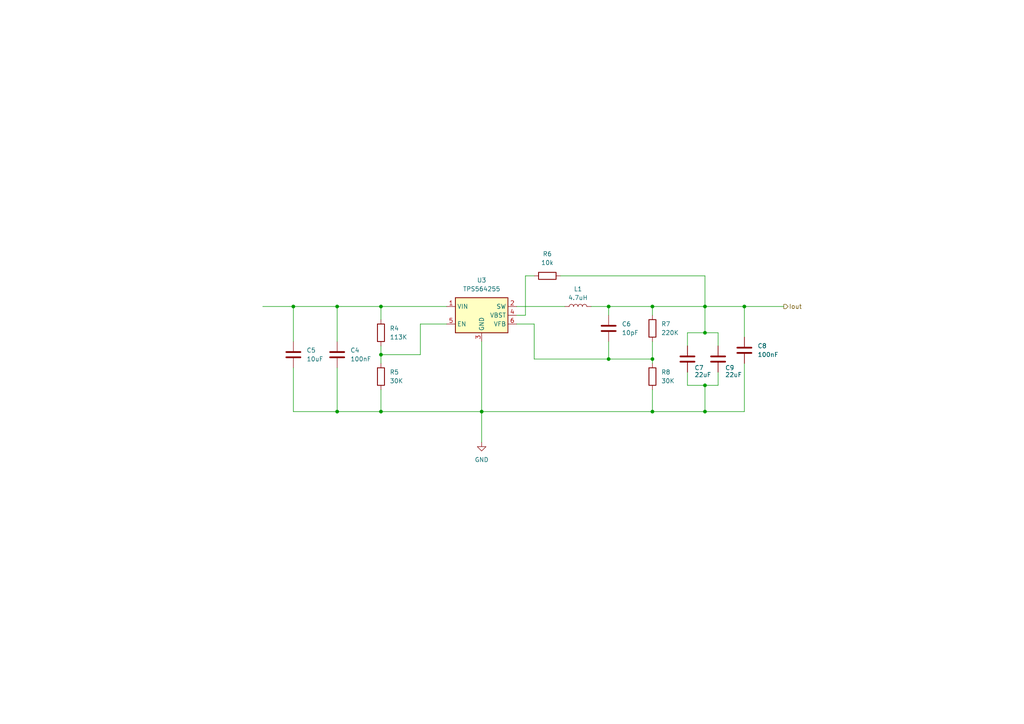
<source format=kicad_sch>
(kicad_sch
	(version 20250114)
	(generator "eeschema")
	(generator_version "9.0")
	(uuid "6c20ec4b-c4b3-4e07-9534-ee88258b2b95")
	(paper "A4")
	(lib_symbols
		(symbol "Device:C"
			(pin_numbers
				(hide yes)
			)
			(pin_names
				(offset 0.254)
			)
			(exclude_from_sim no)
			(in_bom yes)
			(on_board yes)
			(property "Reference" "C"
				(at 0.635 2.54 0)
				(effects
					(font
						(size 1.27 1.27)
					)
					(justify left)
				)
			)
			(property "Value" "C"
				(at 0.635 -2.54 0)
				(effects
					(font
						(size 1.27 1.27)
					)
					(justify left)
				)
			)
			(property "Footprint" ""
				(at 0.9652 -3.81 0)
				(effects
					(font
						(size 1.27 1.27)
					)
					(hide yes)
				)
			)
			(property "Datasheet" "~"
				(at 0 0 0)
				(effects
					(font
						(size 1.27 1.27)
					)
					(hide yes)
				)
			)
			(property "Description" "Unpolarized capacitor"
				(at 0 0 0)
				(effects
					(font
						(size 1.27 1.27)
					)
					(hide yes)
				)
			)
			(property "ki_keywords" "cap capacitor"
				(at 0 0 0)
				(effects
					(font
						(size 1.27 1.27)
					)
					(hide yes)
				)
			)
			(property "ki_fp_filters" "C_*"
				(at 0 0 0)
				(effects
					(font
						(size 1.27 1.27)
					)
					(hide yes)
				)
			)
			(symbol "C_0_1"
				(polyline
					(pts
						(xy -2.032 0.762) (xy 2.032 0.762)
					)
					(stroke
						(width 0.508)
						(type default)
					)
					(fill
						(type none)
					)
				)
				(polyline
					(pts
						(xy -2.032 -0.762) (xy 2.032 -0.762)
					)
					(stroke
						(width 0.508)
						(type default)
					)
					(fill
						(type none)
					)
				)
			)
			(symbol "C_1_1"
				(pin passive line
					(at 0 3.81 270)
					(length 2.794)
					(name "~"
						(effects
							(font
								(size 1.27 1.27)
							)
						)
					)
					(number "1"
						(effects
							(font
								(size 1.27 1.27)
							)
						)
					)
				)
				(pin passive line
					(at 0 -3.81 90)
					(length 2.794)
					(name "~"
						(effects
							(font
								(size 1.27 1.27)
							)
						)
					)
					(number "2"
						(effects
							(font
								(size 1.27 1.27)
							)
						)
					)
				)
			)
			(embedded_fonts no)
		)
		(symbol "Device:L"
			(pin_numbers
				(hide yes)
			)
			(pin_names
				(offset 1.016)
				(hide yes)
			)
			(exclude_from_sim no)
			(in_bom yes)
			(on_board yes)
			(property "Reference" "L"
				(at -1.27 0 90)
				(effects
					(font
						(size 1.27 1.27)
					)
				)
			)
			(property "Value" "L"
				(at 1.905 0 90)
				(effects
					(font
						(size 1.27 1.27)
					)
				)
			)
			(property "Footprint" ""
				(at 0 0 0)
				(effects
					(font
						(size 1.27 1.27)
					)
					(hide yes)
				)
			)
			(property "Datasheet" "~"
				(at 0 0 0)
				(effects
					(font
						(size 1.27 1.27)
					)
					(hide yes)
				)
			)
			(property "Description" "Inductor"
				(at 0 0 0)
				(effects
					(font
						(size 1.27 1.27)
					)
					(hide yes)
				)
			)
			(property "ki_keywords" "inductor choke coil reactor magnetic"
				(at 0 0 0)
				(effects
					(font
						(size 1.27 1.27)
					)
					(hide yes)
				)
			)
			(property "ki_fp_filters" "Choke_* *Coil* Inductor_* L_*"
				(at 0 0 0)
				(effects
					(font
						(size 1.27 1.27)
					)
					(hide yes)
				)
			)
			(symbol "L_0_1"
				(arc
					(start 0 2.54)
					(mid 0.6323 1.905)
					(end 0 1.27)
					(stroke
						(width 0)
						(type default)
					)
					(fill
						(type none)
					)
				)
				(arc
					(start 0 1.27)
					(mid 0.6323 0.635)
					(end 0 0)
					(stroke
						(width 0)
						(type default)
					)
					(fill
						(type none)
					)
				)
				(arc
					(start 0 0)
					(mid 0.6323 -0.635)
					(end 0 -1.27)
					(stroke
						(width 0)
						(type default)
					)
					(fill
						(type none)
					)
				)
				(arc
					(start 0 -1.27)
					(mid 0.6323 -1.905)
					(end 0 -2.54)
					(stroke
						(width 0)
						(type default)
					)
					(fill
						(type none)
					)
				)
			)
			(symbol "L_1_1"
				(pin passive line
					(at 0 3.81 270)
					(length 1.27)
					(name "1"
						(effects
							(font
								(size 1.27 1.27)
							)
						)
					)
					(number "1"
						(effects
							(font
								(size 1.27 1.27)
							)
						)
					)
				)
				(pin passive line
					(at 0 -3.81 90)
					(length 1.27)
					(name "2"
						(effects
							(font
								(size 1.27 1.27)
							)
						)
					)
					(number "2"
						(effects
							(font
								(size 1.27 1.27)
							)
						)
					)
				)
			)
			(embedded_fonts no)
		)
		(symbol "Device:R"
			(pin_numbers
				(hide yes)
			)
			(pin_names
				(offset 0)
			)
			(exclude_from_sim no)
			(in_bom yes)
			(on_board yes)
			(property "Reference" "R"
				(at 2.032 0 90)
				(effects
					(font
						(size 1.27 1.27)
					)
				)
			)
			(property "Value" "R"
				(at 0 0 90)
				(effects
					(font
						(size 1.27 1.27)
					)
				)
			)
			(property "Footprint" ""
				(at -1.778 0 90)
				(effects
					(font
						(size 1.27 1.27)
					)
					(hide yes)
				)
			)
			(property "Datasheet" "~"
				(at 0 0 0)
				(effects
					(font
						(size 1.27 1.27)
					)
					(hide yes)
				)
			)
			(property "Description" "Resistor"
				(at 0 0 0)
				(effects
					(font
						(size 1.27 1.27)
					)
					(hide yes)
				)
			)
			(property "ki_keywords" "R res resistor"
				(at 0 0 0)
				(effects
					(font
						(size 1.27 1.27)
					)
					(hide yes)
				)
			)
			(property "ki_fp_filters" "R_*"
				(at 0 0 0)
				(effects
					(font
						(size 1.27 1.27)
					)
					(hide yes)
				)
			)
			(symbol "R_0_1"
				(rectangle
					(start -1.016 -2.54)
					(end 1.016 2.54)
					(stroke
						(width 0.254)
						(type default)
					)
					(fill
						(type none)
					)
				)
			)
			(symbol "R_1_1"
				(pin passive line
					(at 0 3.81 270)
					(length 1.27)
					(name "~"
						(effects
							(font
								(size 1.27 1.27)
							)
						)
					)
					(number "1"
						(effects
							(font
								(size 1.27 1.27)
							)
						)
					)
				)
				(pin passive line
					(at 0 -3.81 90)
					(length 1.27)
					(name "~"
						(effects
							(font
								(size 1.27 1.27)
							)
						)
					)
					(number "2"
						(effects
							(font
								(size 1.27 1.27)
							)
						)
					)
				)
			)
			(embedded_fonts no)
		)
		(symbol "Regulator_Switching:TPS562202S"
			(exclude_from_sim no)
			(in_bom yes)
			(on_board yes)
			(property "Reference" "U"
				(at -7.62 6.35 0)
				(effects
					(font
						(size 1.27 1.27)
					)
					(justify left)
				)
			)
			(property "Value" "TPS562202S"
				(at -2.54 6.35 0)
				(effects
					(font
						(size 1.27 1.27)
					)
					(justify left)
				)
			)
			(property "Footprint" "Package_TO_SOT_SMD:SOT-563"
				(at 1.27 -6.35 0)
				(effects
					(font
						(size 1.27 1.27)
					)
					(justify left)
					(hide yes)
				)
			)
			(property "Datasheet" "https://www.ti.com/lit/ds/symlink/tps562202s.pdf"
				(at 0 0 0)
				(effects
					(font
						(size 1.27 1.27)
					)
					(hide yes)
				)
			)
			(property "Description" "2A Synchronous Step-Down Voltage Regulator 580kHz, Adjustable Output Voltage, 4.5-17V Input Voltage, 0.804V-7V Output Voltage, SOT-563"
				(at 0 0 0)
				(effects
					(font
						(size 1.27 1.27)
					)
					(hide yes)
				)
			)
			(property "ki_keywords" "step-down dcdc buck"
				(at 0 0 0)
				(effects
					(font
						(size 1.27 1.27)
					)
					(hide yes)
				)
			)
			(property "ki_fp_filters" "SOT?563*"
				(at 0 0 0)
				(effects
					(font
						(size 1.27 1.27)
					)
					(hide yes)
				)
			)
			(symbol "TPS562202S_0_1"
				(rectangle
					(start -7.62 5.08)
					(end 7.62 -5.08)
					(stroke
						(width 0.254)
						(type default)
					)
					(fill
						(type background)
					)
				)
			)
			(symbol "TPS562202S_1_1"
				(pin power_in line
					(at -10.16 2.54 0)
					(length 2.54)
					(name "VIN"
						(effects
							(font
								(size 1.27 1.27)
							)
						)
					)
					(number "1"
						(effects
							(font
								(size 1.27 1.27)
							)
						)
					)
				)
				(pin input line
					(at -10.16 -2.54 0)
					(length 2.54)
					(name "EN"
						(effects
							(font
								(size 1.27 1.27)
							)
						)
					)
					(number "5"
						(effects
							(font
								(size 1.27 1.27)
							)
						)
					)
				)
				(pin power_in line
					(at 0 -7.62 90)
					(length 2.54)
					(name "GND"
						(effects
							(font
								(size 1.27 1.27)
							)
						)
					)
					(number "3"
						(effects
							(font
								(size 1.27 1.27)
							)
						)
					)
				)
				(pin output line
					(at 10.16 2.54 180)
					(length 2.54)
					(name "SW"
						(effects
							(font
								(size 1.27 1.27)
							)
						)
					)
					(number "2"
						(effects
							(font
								(size 1.27 1.27)
							)
						)
					)
				)
				(pin passive line
					(at 10.16 0 180)
					(length 2.54)
					(name "VBST"
						(effects
							(font
								(size 1.27 1.27)
							)
						)
					)
					(number "4"
						(effects
							(font
								(size 1.27 1.27)
							)
						)
					)
				)
				(pin input line
					(at 10.16 -2.54 180)
					(length 2.54)
					(name "VFB"
						(effects
							(font
								(size 1.27 1.27)
							)
						)
					)
					(number "6"
						(effects
							(font
								(size 1.27 1.27)
							)
						)
					)
				)
			)
			(embedded_fonts no)
		)
		(symbol "power:GND"
			(power)
			(pin_numbers
				(hide yes)
			)
			(pin_names
				(offset 0)
				(hide yes)
			)
			(exclude_from_sim no)
			(in_bom yes)
			(on_board yes)
			(property "Reference" "#PWR"
				(at 0 -6.35 0)
				(effects
					(font
						(size 1.27 1.27)
					)
					(hide yes)
				)
			)
			(property "Value" "GND"
				(at 0 -3.81 0)
				(effects
					(font
						(size 1.27 1.27)
					)
				)
			)
			(property "Footprint" ""
				(at 0 0 0)
				(effects
					(font
						(size 1.27 1.27)
					)
					(hide yes)
				)
			)
			(property "Datasheet" ""
				(at 0 0 0)
				(effects
					(font
						(size 1.27 1.27)
					)
					(hide yes)
				)
			)
			(property "Description" "Power symbol creates a global label with name \"GND\" , ground"
				(at 0 0 0)
				(effects
					(font
						(size 1.27 1.27)
					)
					(hide yes)
				)
			)
			(property "ki_keywords" "global power"
				(at 0 0 0)
				(effects
					(font
						(size 1.27 1.27)
					)
					(hide yes)
				)
			)
			(symbol "GND_0_1"
				(polyline
					(pts
						(xy 0 0) (xy 0 -1.27) (xy 1.27 -1.27) (xy 0 -2.54) (xy -1.27 -1.27) (xy 0 -1.27)
					)
					(stroke
						(width 0)
						(type default)
					)
					(fill
						(type none)
					)
				)
			)
			(symbol "GND_1_1"
				(pin power_in line
					(at 0 0 270)
					(length 0)
					(name "~"
						(effects
							(font
								(size 1.27 1.27)
							)
						)
					)
					(number "1"
						(effects
							(font
								(size 1.27 1.27)
							)
						)
					)
				)
			)
			(embedded_fonts no)
		)
	)
	(junction
		(at 204.47 88.9)
		(diameter 0)
		(color 0 0 0 0)
		(uuid "0443866b-269c-431b-91ef-849a25bed839")
	)
	(junction
		(at 176.53 104.14)
		(diameter 0)
		(color 0 0 0 0)
		(uuid "0d724c54-5fff-4acd-8427-86263c932bfe")
	)
	(junction
		(at 204.47 96.52)
		(diameter 0)
		(color 0 0 0 0)
		(uuid "41348115-7c73-4f7f-9c90-b3fb145edd63")
	)
	(junction
		(at 110.49 88.9)
		(diameter 0)
		(color 0 0 0 0)
		(uuid "61adedd9-0a80-48ca-8054-bf1afe671a94")
	)
	(junction
		(at 97.79 88.9)
		(diameter 0)
		(color 0 0 0 0)
		(uuid "75ee7890-caae-425a-85d0-ad8e98ebe1b8")
	)
	(junction
		(at 189.23 104.14)
		(diameter 0)
		(color 0 0 0 0)
		(uuid "7bc7a9b0-d9ec-4e70-ad60-b86513a31429")
	)
	(junction
		(at 97.79 119.38)
		(diameter 0)
		(color 0 0 0 0)
		(uuid "9f9b13b1-491a-4295-a437-bb7a3b7ccba6")
	)
	(junction
		(at 85.09 88.9)
		(diameter 0)
		(color 0 0 0 0)
		(uuid "a308376d-9537-4288-bd48-b3d1bf2cc0e5")
	)
	(junction
		(at 139.7 119.38)
		(diameter 0)
		(color 0 0 0 0)
		(uuid "a5a2b398-89c1-4df5-85b5-a807882ae12c")
	)
	(junction
		(at 189.23 119.38)
		(diameter 0)
		(color 0 0 0 0)
		(uuid "a85bb5cf-8ed9-40d0-98e3-fb21a8dea74f")
	)
	(junction
		(at 110.49 119.38)
		(diameter 0)
		(color 0 0 0 0)
		(uuid "a931c8a1-9a7d-4dc0-9288-8b6ab11023e1")
	)
	(junction
		(at 176.53 88.9)
		(diameter 0)
		(color 0 0 0 0)
		(uuid "ad8e6980-eea7-4295-8c9b-b791a41652de")
	)
	(junction
		(at 189.23 88.9)
		(diameter 0)
		(color 0 0 0 0)
		(uuid "bba6ecb0-b8eb-4760-a137-ef43ebea1b2e")
	)
	(junction
		(at 204.47 111.76)
		(diameter 0)
		(color 0 0 0 0)
		(uuid "d1cbe57a-2dd7-4b96-9002-b7c70effd730")
	)
	(junction
		(at 204.47 119.38)
		(diameter 0)
		(color 0 0 0 0)
		(uuid "d4659388-7d78-4a12-82a4-3aaa6ef58e05")
	)
	(junction
		(at 215.9 88.9)
		(diameter 0)
		(color 0 0 0 0)
		(uuid "dc0a48ad-7619-4fc3-89a3-56aeb5d4c30a")
	)
	(junction
		(at 110.49 102.87)
		(diameter 0)
		(color 0 0 0 0)
		(uuid "fbd122f9-b001-4ba5-98d3-0505d60f4d29")
	)
	(wire
		(pts
			(xy 129.54 88.9) (xy 110.49 88.9)
		)
		(stroke
			(width 0)
			(type default)
		)
		(uuid "05f1c098-69f9-4c70-a382-cb9af0b553a9")
	)
	(wire
		(pts
			(xy 189.23 88.9) (xy 176.53 88.9)
		)
		(stroke
			(width 0)
			(type default)
		)
		(uuid "11015a2b-f096-46ad-8550-c36b4c52fd88")
	)
	(wire
		(pts
			(xy 149.86 93.98) (xy 154.94 93.98)
		)
		(stroke
			(width 0)
			(type default)
		)
		(uuid "138e52a5-871d-46e6-a342-769d6d9af635")
	)
	(wire
		(pts
			(xy 149.86 91.44) (xy 152.4 91.44)
		)
		(stroke
			(width 0)
			(type default)
		)
		(uuid "14084cd9-8dd5-49c4-9a7a-3ac943ae17a3")
	)
	(wire
		(pts
			(xy 176.53 104.14) (xy 189.23 104.14)
		)
		(stroke
			(width 0)
			(type default)
		)
		(uuid "154daf23-caeb-4578-94cf-15e654abde22")
	)
	(wire
		(pts
			(xy 208.28 96.52) (xy 208.28 100.33)
		)
		(stroke
			(width 0)
			(type default)
		)
		(uuid "156cfd5e-2acf-42f2-b10f-6deec166ade7")
	)
	(wire
		(pts
			(xy 176.53 104.14) (xy 176.53 99.06)
		)
		(stroke
			(width 0)
			(type default)
		)
		(uuid "19bc5246-1ee5-4511-8be5-8c91ed634010")
	)
	(wire
		(pts
			(xy 97.79 88.9) (xy 97.79 99.06)
		)
		(stroke
			(width 0)
			(type default)
		)
		(uuid "1e5b4aa6-58c1-42be-8fb6-f2ab5e7752a0")
	)
	(wire
		(pts
			(xy 204.47 80.01) (xy 204.47 88.9)
		)
		(stroke
			(width 0)
			(type default)
		)
		(uuid "1ffb4801-e63f-4dc8-935f-149039b3a63e")
	)
	(wire
		(pts
			(xy 204.47 88.9) (xy 215.9 88.9)
		)
		(stroke
			(width 0)
			(type default)
		)
		(uuid "25cc3f2f-364a-4ba6-b84e-4d65db973469")
	)
	(wire
		(pts
			(xy 154.94 93.98) (xy 154.94 104.14)
		)
		(stroke
			(width 0)
			(type default)
		)
		(uuid "29946d1d-486a-41cf-9d3e-d0f5cee7a7e0")
	)
	(wire
		(pts
			(xy 97.79 88.9) (xy 110.49 88.9)
		)
		(stroke
			(width 0)
			(type default)
		)
		(uuid "32f3de01-8b54-4400-8f67-39e57ab21754")
	)
	(wire
		(pts
			(xy 204.47 96.52) (xy 208.28 96.52)
		)
		(stroke
			(width 0)
			(type default)
		)
		(uuid "33414dcc-fce1-4533-ad3f-a026e0a83271")
	)
	(wire
		(pts
			(xy 85.09 119.38) (xy 97.79 119.38)
		)
		(stroke
			(width 0)
			(type default)
		)
		(uuid "351f045e-adda-4c03-9d31-d62dcac19aac")
	)
	(wire
		(pts
			(xy 85.09 99.06) (xy 85.09 88.9)
		)
		(stroke
			(width 0)
			(type default)
		)
		(uuid "42754a99-127b-424f-ab29-6772f6605ae1")
	)
	(wire
		(pts
			(xy 85.09 106.68) (xy 85.09 119.38)
		)
		(stroke
			(width 0)
			(type default)
		)
		(uuid "47d022fb-a9f3-447e-8a7b-b679cfd7467a")
	)
	(wire
		(pts
			(xy 139.7 119.38) (xy 139.7 128.27)
		)
		(stroke
			(width 0)
			(type default)
		)
		(uuid "4da7c287-7574-4c38-93b9-7fcc1a08fb53")
	)
	(wire
		(pts
			(xy 215.9 119.38) (xy 215.9 105.41)
		)
		(stroke
			(width 0)
			(type default)
		)
		(uuid "4fb7560e-f4b0-46b3-b2e8-21e40a37755b")
	)
	(wire
		(pts
			(xy 189.23 91.44) (xy 189.23 88.9)
		)
		(stroke
			(width 0)
			(type default)
		)
		(uuid "51164de4-094a-4453-b020-c8318a30f3d3")
	)
	(wire
		(pts
			(xy 189.23 113.03) (xy 189.23 119.38)
		)
		(stroke
			(width 0)
			(type default)
		)
		(uuid "53df0c4d-6747-4626-b786-478d9fbb9c8a")
	)
	(wire
		(pts
			(xy 110.49 100.33) (xy 110.49 102.87)
		)
		(stroke
			(width 0)
			(type default)
		)
		(uuid "5442150f-5ec9-4638-bf77-b63ec7570524")
	)
	(wire
		(pts
			(xy 171.45 88.9) (xy 176.53 88.9)
		)
		(stroke
			(width 0)
			(type default)
		)
		(uuid "6329b331-0da2-431c-92b7-7ac7ebd60d66")
	)
	(wire
		(pts
			(xy 121.92 102.87) (xy 110.49 102.87)
		)
		(stroke
			(width 0)
			(type default)
		)
		(uuid "655d73bb-a9c9-4593-804b-f7098e3c9881")
	)
	(wire
		(pts
			(xy 129.54 93.98) (xy 121.92 93.98)
		)
		(stroke
			(width 0)
			(type default)
		)
		(uuid "662848c4-fff3-4b27-81af-c61492cf3822")
	)
	(wire
		(pts
			(xy 199.39 96.52) (xy 204.47 96.52)
		)
		(stroke
			(width 0)
			(type default)
		)
		(uuid "68bbe3fc-9037-4190-8034-eac5f5f1c46a")
	)
	(wire
		(pts
			(xy 215.9 88.9) (xy 215.9 97.79)
		)
		(stroke
			(width 0)
			(type default)
		)
		(uuid "6e4292a6-2f95-446b-aee1-a7b5471c4cef")
	)
	(wire
		(pts
			(xy 215.9 88.9) (xy 227.33 88.9)
		)
		(stroke
			(width 0)
			(type default)
		)
		(uuid "6f7dbd82-020f-4349-9d90-8679966824e8")
	)
	(wire
		(pts
			(xy 189.23 104.14) (xy 189.23 105.41)
		)
		(stroke
			(width 0)
			(type default)
		)
		(uuid "710981f5-c236-49d4-ad66-39991283edae")
	)
	(wire
		(pts
			(xy 152.4 80.01) (xy 154.94 80.01)
		)
		(stroke
			(width 0)
			(type default)
		)
		(uuid "72bc38b9-d63f-48c9-bb47-f9435004342f")
	)
	(wire
		(pts
			(xy 189.23 119.38) (xy 204.47 119.38)
		)
		(stroke
			(width 0)
			(type default)
		)
		(uuid "74418818-754b-4813-92b3-94142bb14ca2")
	)
	(wire
		(pts
			(xy 204.47 88.9) (xy 204.47 96.52)
		)
		(stroke
			(width 0)
			(type default)
		)
		(uuid "7a6ae872-4b9e-4f1a-bbb0-63f02ce61157")
	)
	(wire
		(pts
			(xy 97.79 119.38) (xy 110.49 119.38)
		)
		(stroke
			(width 0)
			(type default)
		)
		(uuid "8454e019-7770-4656-bef2-1edacd434c16")
	)
	(wire
		(pts
			(xy 199.39 107.95) (xy 199.39 111.76)
		)
		(stroke
			(width 0)
			(type default)
		)
		(uuid "8d646a0c-ba0a-4d8e-8067-beef7c742f71")
	)
	(wire
		(pts
			(xy 189.23 99.06) (xy 189.23 104.14)
		)
		(stroke
			(width 0)
			(type default)
		)
		(uuid "8f09ee56-2500-4c01-a157-c6c00a84d926")
	)
	(wire
		(pts
			(xy 208.28 111.76) (xy 208.28 107.95)
		)
		(stroke
			(width 0)
			(type default)
		)
		(uuid "920929d6-ebb6-4dbc-9baf-6169ae42af4a")
	)
	(wire
		(pts
			(xy 154.94 104.14) (xy 176.53 104.14)
		)
		(stroke
			(width 0)
			(type default)
		)
		(uuid "9a73166a-e1aa-4e56-95f6-f4950a016d11")
	)
	(wire
		(pts
			(xy 121.92 93.98) (xy 121.92 102.87)
		)
		(stroke
			(width 0)
			(type default)
		)
		(uuid "9ff2682c-edf8-4593-b547-843e76e8b52c")
	)
	(wire
		(pts
			(xy 176.53 88.9) (xy 176.53 91.44)
		)
		(stroke
			(width 0)
			(type default)
		)
		(uuid "aa2c1bec-3187-4c22-b893-7b316fbcc297")
	)
	(wire
		(pts
			(xy 149.86 88.9) (xy 163.83 88.9)
		)
		(stroke
			(width 0)
			(type default)
		)
		(uuid "b237a9c8-85f9-4316-b79f-be74fc00e108")
	)
	(wire
		(pts
			(xy 204.47 111.76) (xy 204.47 119.38)
		)
		(stroke
			(width 0)
			(type default)
		)
		(uuid "b749acde-61a0-4d4e-98b9-7f8673984aab")
	)
	(wire
		(pts
			(xy 85.09 88.9) (xy 97.79 88.9)
		)
		(stroke
			(width 0)
			(type default)
		)
		(uuid "bcee02ac-bbfb-474a-9994-6e162f27769c")
	)
	(wire
		(pts
			(xy 139.7 119.38) (xy 189.23 119.38)
		)
		(stroke
			(width 0)
			(type default)
		)
		(uuid "bf087969-5630-416e-b163-2d0d59128ad5")
	)
	(wire
		(pts
			(xy 139.7 99.06) (xy 139.7 119.38)
		)
		(stroke
			(width 0)
			(type default)
		)
		(uuid "c369f19e-24df-4f38-86e0-b77b5f4ba8e2")
	)
	(wire
		(pts
			(xy 189.23 88.9) (xy 204.47 88.9)
		)
		(stroke
			(width 0)
			(type default)
		)
		(uuid "c46167b5-8d77-4318-bff5-bfb2250103e1")
	)
	(wire
		(pts
			(xy 199.39 111.76) (xy 204.47 111.76)
		)
		(stroke
			(width 0)
			(type default)
		)
		(uuid "cece826f-f01a-4b19-9794-6020aa176f95")
	)
	(wire
		(pts
			(xy 110.49 113.03) (xy 110.49 119.38)
		)
		(stroke
			(width 0)
			(type default)
		)
		(uuid "cf66e98b-d8dd-4395-98c9-ccbd52c011e8")
	)
	(wire
		(pts
			(xy 76.2 88.9) (xy 85.09 88.9)
		)
		(stroke
			(width 0)
			(type default)
		)
		(uuid "d1b5d391-f836-46fc-8ce0-af51edb33bee")
	)
	(wire
		(pts
			(xy 97.79 106.68) (xy 97.79 119.38)
		)
		(stroke
			(width 0)
			(type default)
		)
		(uuid "d251aed2-3b1d-4855-ad09-6db45407c131")
	)
	(wire
		(pts
			(xy 204.47 119.38) (xy 215.9 119.38)
		)
		(stroke
			(width 0)
			(type default)
		)
		(uuid "e66099b9-cc59-4e6e-936e-68e5afe6fe9f")
	)
	(wire
		(pts
			(xy 199.39 100.33) (xy 199.39 96.52)
		)
		(stroke
			(width 0)
			(type default)
		)
		(uuid "ea22cdec-a36c-4fa6-a0c1-3140c636d7c9")
	)
	(wire
		(pts
			(xy 110.49 102.87) (xy 110.49 105.41)
		)
		(stroke
			(width 0)
			(type default)
		)
		(uuid "ea5f2621-9a55-4d13-aa72-33c1645b6d96")
	)
	(wire
		(pts
			(xy 110.49 119.38) (xy 139.7 119.38)
		)
		(stroke
			(width 0)
			(type default)
		)
		(uuid "f1776db1-2587-4083-a119-51f755b99a87")
	)
	(wire
		(pts
			(xy 110.49 88.9) (xy 110.49 92.71)
		)
		(stroke
			(width 0)
			(type default)
		)
		(uuid "f64257a1-9684-472f-b098-aab73254a05d")
	)
	(wire
		(pts
			(xy 162.56 80.01) (xy 204.47 80.01)
		)
		(stroke
			(width 0)
			(type default)
		)
		(uuid "f778224d-df79-4d38-bad9-45fa86eb1f25")
	)
	(wire
		(pts
			(xy 204.47 111.76) (xy 208.28 111.76)
		)
		(stroke
			(width 0)
			(type default)
		)
		(uuid "fab36497-317e-4899-a84b-390fa0c3195e")
	)
	(wire
		(pts
			(xy 152.4 91.44) (xy 152.4 80.01)
		)
		(stroke
			(width 0)
			(type default)
		)
		(uuid "fbc87926-f0d8-4c2e-8b5d-e41d0fe99661")
	)
	(hierarchical_label "Iout"
		(shape output)
		(at 227.33 88.9 0)
		(effects
			(font
				(size 1.27 1.27)
			)
			(justify left)
		)
		(uuid "63b588b7-80cd-43e1-b543-0fcd2661ac48")
	)
	(symbol
		(lib_id "Device:C")
		(at 97.79 102.87 0)
		(unit 1)
		(exclude_from_sim no)
		(in_bom yes)
		(on_board yes)
		(dnp no)
		(fields_autoplaced yes)
		(uuid "1adad49c-0d9f-4f65-b16e-8ab0cdf1e7b8")
		(property "Reference" "C4"
			(at 101.6 101.5999 0)
			(effects
				(font
					(size 1.27 1.27)
				)
				(justify left)
			)
		)
		(property "Value" "100nF"
			(at 101.6 104.1399 0)
			(effects
				(font
					(size 1.27 1.27)
				)
				(justify left)
			)
		)
		(property "Footprint" ""
			(at 98.7552 106.68 0)
			(effects
				(font
					(size 1.27 1.27)
				)
				(hide yes)
			)
		)
		(property "Datasheet" "~"
			(at 97.79 102.87 0)
			(effects
				(font
					(size 1.27 1.27)
				)
				(hide yes)
			)
		)
		(property "Description" "Unpolarized capacitor"
			(at 97.79 102.87 0)
			(effects
				(font
					(size 1.27 1.27)
				)
				(hide yes)
			)
		)
		(pin "2"
			(uuid "5cd3e6ac-4322-4428-a388-766cb77013f5")
		)
		(pin "1"
			(uuid "5c8a7262-6b7e-4200-b2ea-1ca8c1d49e65")
		)
		(instances
			(project ""
				(path "/4373db5e-45ad-49d8-b52e-f9391bdc31f2/c0b05f0f-ca2c-46fe-bb9b-fa79f914ce94"
					(reference "C4")
					(unit 1)
				)
			)
		)
	)
	(symbol
		(lib_id "Device:C")
		(at 199.39 104.14 0)
		(unit 1)
		(exclude_from_sim no)
		(in_bom yes)
		(on_board yes)
		(dnp no)
		(uuid "2c86ec08-ca52-4b10-a35d-fec879c20ba3")
		(property "Reference" "C7"
			(at 201.422 106.68 0)
			(effects
				(font
					(size 1.27 1.27)
				)
				(justify left)
			)
		)
		(property "Value" "22uF"
			(at 201.422 108.712 0)
			(effects
				(font
					(size 1.27 1.27)
				)
				(justify left)
			)
		)
		(property "Footprint" ""
			(at 200.3552 107.95 0)
			(effects
				(font
					(size 1.27 1.27)
				)
				(hide yes)
			)
		)
		(property "Datasheet" "~"
			(at 199.39 104.14 0)
			(effects
				(font
					(size 1.27 1.27)
				)
				(hide yes)
			)
		)
		(property "Description" "Unpolarized capacitor"
			(at 199.39 104.14 0)
			(effects
				(font
					(size 1.27 1.27)
				)
				(hide yes)
			)
		)
		(pin "2"
			(uuid "5cd3e6ac-4322-4428-a388-766cb77013f6")
		)
		(pin "1"
			(uuid "5c8a7262-6b7e-4200-b2ea-1ca8c1d49e66")
		)
		(instances
			(project ""
				(path "/4373db5e-45ad-49d8-b52e-f9391bdc31f2/c0b05f0f-ca2c-46fe-bb9b-fa79f914ce94"
					(reference "C7")
					(unit 1)
				)
			)
		)
	)
	(symbol
		(lib_id "power:GND")
		(at 139.7 128.27 0)
		(unit 1)
		(exclude_from_sim no)
		(in_bom yes)
		(on_board yes)
		(dnp no)
		(fields_autoplaced yes)
		(uuid "35c06e89-4ab0-4ad6-8a61-62e0fdb64490")
		(property "Reference" "#PWR019"
			(at 139.7 134.62 0)
			(effects
				(font
					(size 1.27 1.27)
				)
				(hide yes)
			)
		)
		(property "Value" "GND"
			(at 139.7 133.35 0)
			(effects
				(font
					(size 1.27 1.27)
				)
			)
		)
		(property "Footprint" ""
			(at 139.7 128.27 0)
			(effects
				(font
					(size 1.27 1.27)
				)
				(hide yes)
			)
		)
		(property "Datasheet" ""
			(at 139.7 128.27 0)
			(effects
				(font
					(size 1.27 1.27)
				)
				(hide yes)
			)
		)
		(property "Description" "Power symbol creates a global label with name \"GND\" , ground"
			(at 139.7 128.27 0)
			(effects
				(font
					(size 1.27 1.27)
				)
				(hide yes)
			)
		)
		(pin "1"
			(uuid "91a55238-0ded-4e60-a45e-bf962f26803f")
		)
		(instances
			(project ""
				(path "/4373db5e-45ad-49d8-b52e-f9391bdc31f2/c0b05f0f-ca2c-46fe-bb9b-fa79f914ce94"
					(reference "#PWR019")
					(unit 1)
				)
			)
		)
	)
	(symbol
		(lib_id "Device:R")
		(at 110.49 96.52 0)
		(unit 1)
		(exclude_from_sim no)
		(in_bom yes)
		(on_board yes)
		(dnp no)
		(fields_autoplaced yes)
		(uuid "3e23a49f-2d49-4571-97ce-7ab744acda6c")
		(property "Reference" "R4"
			(at 113.03 95.2499 0)
			(effects
				(font
					(size 1.27 1.27)
				)
				(justify left)
			)
		)
		(property "Value" "113K"
			(at 113.03 97.7899 0)
			(effects
				(font
					(size 1.27 1.27)
				)
				(justify left)
			)
		)
		(property "Footprint" ""
			(at 108.712 96.52 90)
			(effects
				(font
					(size 1.27 1.27)
				)
				(hide yes)
			)
		)
		(property "Datasheet" "~"
			(at 110.49 96.52 0)
			(effects
				(font
					(size 1.27 1.27)
				)
				(hide yes)
			)
		)
		(property "Description" "Resistor"
			(at 110.49 96.52 0)
			(effects
				(font
					(size 1.27 1.27)
				)
				(hide yes)
			)
		)
		(pin "2"
			(uuid "a10e7225-4170-478c-905b-e0406a6088fe")
		)
		(pin "1"
			(uuid "efc1daa9-6fb5-4a95-8af8-1da076de722e")
		)
		(instances
			(project ""
				(path "/4373db5e-45ad-49d8-b52e-f9391bdc31f2/c0b05f0f-ca2c-46fe-bb9b-fa79f914ce94"
					(reference "R4")
					(unit 1)
				)
			)
		)
	)
	(symbol
		(lib_id "Device:C")
		(at 215.9 101.6 0)
		(unit 1)
		(exclude_from_sim no)
		(in_bom yes)
		(on_board yes)
		(dnp no)
		(fields_autoplaced yes)
		(uuid "461bec73-a441-47bd-bec7-1378f6175770")
		(property "Reference" "C8"
			(at 219.71 100.3299 0)
			(effects
				(font
					(size 1.27 1.27)
				)
				(justify left)
			)
		)
		(property "Value" "100nF"
			(at 219.71 102.8699 0)
			(effects
				(font
					(size 1.27 1.27)
				)
				(justify left)
			)
		)
		(property "Footprint" ""
			(at 216.8652 105.41 0)
			(effects
				(font
					(size 1.27 1.27)
				)
				(hide yes)
			)
		)
		(property "Datasheet" "~"
			(at 215.9 101.6 0)
			(effects
				(font
					(size 1.27 1.27)
				)
				(hide yes)
			)
		)
		(property "Description" "Unpolarized capacitor"
			(at 215.9 101.6 0)
			(effects
				(font
					(size 1.27 1.27)
				)
				(hide yes)
			)
		)
		(pin "2"
			(uuid "5cd3e6ac-4322-4428-a388-766cb77013f7")
		)
		(pin "1"
			(uuid "5c8a7262-6b7e-4200-b2ea-1ca8c1d49e67")
		)
		(instances
			(project ""
				(path "/4373db5e-45ad-49d8-b52e-f9391bdc31f2/c0b05f0f-ca2c-46fe-bb9b-fa79f914ce94"
					(reference "C8")
					(unit 1)
				)
			)
		)
	)
	(symbol
		(lib_id "Device:R")
		(at 189.23 95.25 180)
		(unit 1)
		(exclude_from_sim no)
		(in_bom yes)
		(on_board yes)
		(dnp no)
		(fields_autoplaced yes)
		(uuid "647cb63b-5137-4cb3-9b90-1bb2515bbcc8")
		(property "Reference" "R7"
			(at 191.77 93.9799 0)
			(effects
				(font
					(size 1.27 1.27)
				)
				(justify right)
			)
		)
		(property "Value" "220K"
			(at 191.77 96.5199 0)
			(effects
				(font
					(size 1.27 1.27)
				)
				(justify right)
			)
		)
		(property "Footprint" ""
			(at 191.008 95.25 90)
			(effects
				(font
					(size 1.27 1.27)
				)
				(hide yes)
			)
		)
		(property "Datasheet" "~"
			(at 189.23 95.25 0)
			(effects
				(font
					(size 1.27 1.27)
				)
				(hide yes)
			)
		)
		(property "Description" "Resistor"
			(at 189.23 95.25 0)
			(effects
				(font
					(size 1.27 1.27)
				)
				(hide yes)
			)
		)
		(pin "2"
			(uuid "a10e7225-4170-478c-905b-e0406a6088ff")
		)
		(pin "1"
			(uuid "efc1daa9-6fb5-4a95-8af8-1da076de722f")
		)
		(instances
			(project ""
				(path "/4373db5e-45ad-49d8-b52e-f9391bdc31f2/c0b05f0f-ca2c-46fe-bb9b-fa79f914ce94"
					(reference "R7")
					(unit 1)
				)
			)
		)
	)
	(symbol
		(lib_id "Device:C")
		(at 208.28 104.14 0)
		(unit 1)
		(exclude_from_sim no)
		(in_bom yes)
		(on_board yes)
		(dnp no)
		(uuid "7469d4fd-2074-47a2-b236-c31141600511")
		(property "Reference" "C9"
			(at 210.312 106.68 0)
			(effects
				(font
					(size 1.27 1.27)
				)
				(justify left)
			)
		)
		(property "Value" "22uF"
			(at 210.312 108.712 0)
			(effects
				(font
					(size 1.27 1.27)
				)
				(justify left)
			)
		)
		(property "Footprint" ""
			(at 209.2452 107.95 0)
			(effects
				(font
					(size 1.27 1.27)
				)
				(hide yes)
			)
		)
		(property "Datasheet" "~"
			(at 208.28 104.14 0)
			(effects
				(font
					(size 1.27 1.27)
				)
				(hide yes)
			)
		)
		(property "Description" "Unpolarized capacitor"
			(at 208.28 104.14 0)
			(effects
				(font
					(size 1.27 1.27)
				)
				(hide yes)
			)
		)
		(pin "2"
			(uuid "c9d2c99f-8fe0-4742-b658-07100b8072e7")
		)
		(pin "1"
			(uuid "0a72718c-696d-415e-a3a4-5c37c8d27c37")
		)
		(instances
			(project "ESPNOW"
				(path "/4373db5e-45ad-49d8-b52e-f9391bdc31f2/c0b05f0f-ca2c-46fe-bb9b-fa79f914ce94"
					(reference "C9")
					(unit 1)
				)
			)
		)
	)
	(symbol
		(lib_id "Device:R")
		(at 110.49 109.22 0)
		(unit 1)
		(exclude_from_sim no)
		(in_bom yes)
		(on_board yes)
		(dnp no)
		(fields_autoplaced yes)
		(uuid "7fa64d95-4595-4726-b581-b785a1a71288")
		(property "Reference" "R5"
			(at 113.03 107.9499 0)
			(effects
				(font
					(size 1.27 1.27)
				)
				(justify left)
			)
		)
		(property "Value" "30K"
			(at 113.03 110.4899 0)
			(effects
				(font
					(size 1.27 1.27)
				)
				(justify left)
			)
		)
		(property "Footprint" ""
			(at 108.712 109.22 90)
			(effects
				(font
					(size 1.27 1.27)
				)
				(hide yes)
			)
		)
		(property "Datasheet" "~"
			(at 110.49 109.22 0)
			(effects
				(font
					(size 1.27 1.27)
				)
				(hide yes)
			)
		)
		(property "Description" "Resistor"
			(at 110.49 109.22 0)
			(effects
				(font
					(size 1.27 1.27)
				)
				(hide yes)
			)
		)
		(pin "2"
			(uuid "a10e7225-4170-478c-905b-e0406a608900")
		)
		(pin "1"
			(uuid "efc1daa9-6fb5-4a95-8af8-1da076de7230")
		)
		(instances
			(project ""
				(path "/4373db5e-45ad-49d8-b52e-f9391bdc31f2/c0b05f0f-ca2c-46fe-bb9b-fa79f914ce94"
					(reference "R5")
					(unit 1)
				)
			)
		)
	)
	(symbol
		(lib_id "Device:C")
		(at 85.09 102.87 0)
		(unit 1)
		(exclude_from_sim no)
		(in_bom yes)
		(on_board yes)
		(dnp no)
		(fields_autoplaced yes)
		(uuid "89f54786-ff45-47fc-ab80-bf6262c74fe0")
		(property "Reference" "C5"
			(at 88.9 101.5999 0)
			(effects
				(font
					(size 1.27 1.27)
				)
				(justify left)
			)
		)
		(property "Value" "10uF"
			(at 88.9 104.1399 0)
			(effects
				(font
					(size 1.27 1.27)
				)
				(justify left)
			)
		)
		(property "Footprint" ""
			(at 86.0552 106.68 0)
			(effects
				(font
					(size 1.27 1.27)
				)
				(hide yes)
			)
		)
		(property "Datasheet" "~"
			(at 85.09 102.87 0)
			(effects
				(font
					(size 1.27 1.27)
				)
				(hide yes)
			)
		)
		(property "Description" "Unpolarized capacitor"
			(at 85.09 102.87 0)
			(effects
				(font
					(size 1.27 1.27)
				)
				(hide yes)
			)
		)
		(pin "2"
			(uuid "5cd3e6ac-4322-4428-a388-766cb77013f8")
		)
		(pin "1"
			(uuid "5c8a7262-6b7e-4200-b2ea-1ca8c1d49e68")
		)
		(instances
			(project ""
				(path "/4373db5e-45ad-49d8-b52e-f9391bdc31f2/c0b05f0f-ca2c-46fe-bb9b-fa79f914ce94"
					(reference "C5")
					(unit 1)
				)
			)
		)
	)
	(symbol
		(lib_id "Device:L")
		(at 167.64 88.9 90)
		(unit 1)
		(exclude_from_sim no)
		(in_bom yes)
		(on_board yes)
		(dnp no)
		(fields_autoplaced yes)
		(uuid "8cd37851-c8c8-4a26-87ba-990f120ffedc")
		(property "Reference" "L1"
			(at 167.64 83.82 90)
			(effects
				(font
					(size 1.27 1.27)
				)
			)
		)
		(property "Value" "4.7uH"
			(at 167.64 86.36 90)
			(effects
				(font
					(size 1.27 1.27)
				)
			)
		)
		(property "Footprint" ""
			(at 167.64 88.9 0)
			(effects
				(font
					(size 1.27 1.27)
				)
				(hide yes)
			)
		)
		(property "Datasheet" "~"
			(at 167.64 88.9 0)
			(effects
				(font
					(size 1.27 1.27)
				)
				(hide yes)
			)
		)
		(property "Description" "Inductor"
			(at 167.64 88.9 0)
			(effects
				(font
					(size 1.27 1.27)
				)
				(hide yes)
			)
		)
		(pin "1"
			(uuid "ec6c2159-75a2-4ff5-a962-30fcbea9a49d")
		)
		(pin "2"
			(uuid "de784a4a-badf-475c-86b0-bcb1eac6aacd")
		)
		(instances
			(project ""
				(path "/4373db5e-45ad-49d8-b52e-f9391bdc31f2/c0b05f0f-ca2c-46fe-bb9b-fa79f914ce94"
					(reference "L1")
					(unit 1)
				)
			)
		)
	)
	(symbol
		(lib_id "Regulator_Switching:TPS562202S")
		(at 139.7 91.44 0)
		(unit 1)
		(exclude_from_sim no)
		(in_bom yes)
		(on_board yes)
		(dnp no)
		(fields_autoplaced yes)
		(uuid "8d6beb92-bac2-476f-ba4e-56cce21e2180")
		(property "Reference" "U3"
			(at 139.7 81.28 0)
			(effects
				(font
					(size 1.27 1.27)
				)
			)
		)
		(property "Value" "TPS564255"
			(at 139.7 83.82 0)
			(effects
				(font
					(size 1.27 1.27)
				)
			)
		)
		(property "Footprint" "Package_TO_SOT_SMD:SOT-563"
			(at 140.97 97.79 0)
			(effects
				(font
					(size 1.27 1.27)
				)
				(justify left)
				(hide yes)
			)
		)
		(property "Datasheet" "https://www.ti.com/lit/ds/symlink/tps562202s.pdf"
			(at 139.7 91.44 0)
			(effects
				(font
					(size 1.27 1.27)
				)
				(hide yes)
			)
		)
		(property "Description" "2A Synchronous Step-Down Voltage Regulator 580kHz, Adjustable Output Voltage, 4.5-17V Input Voltage, 0.804V-7V Output Voltage, SOT-563"
			(at 139.7 91.44 0)
			(effects
				(font
					(size 1.27 1.27)
				)
				(hide yes)
			)
		)
		(pin "6"
			(uuid "22b07bd4-4f49-435c-b27c-59ae3845a870")
		)
		(pin "1"
			(uuid "f31c202d-ee1c-401b-a45a-149b94fb9a63")
		)
		(pin "5"
			(uuid "294c456f-14fc-4951-a952-54254c5e5788")
		)
		(pin "3"
			(uuid "279d13de-0a2d-4b73-96a8-2f69f1f52ebf")
		)
		(pin "2"
			(uuid "6eeaa748-3518-43d0-9bc7-9b18dc29da14")
		)
		(pin "4"
			(uuid "42446113-c53a-405d-9f24-dd2a01a179da")
		)
		(instances
			(project ""
				(path "/4373db5e-45ad-49d8-b52e-f9391bdc31f2/c0b05f0f-ca2c-46fe-bb9b-fa79f914ce94"
					(reference "U3")
					(unit 1)
				)
			)
		)
	)
	(symbol
		(lib_id "Device:R")
		(at 158.75 80.01 90)
		(unit 1)
		(exclude_from_sim no)
		(in_bom yes)
		(on_board yes)
		(dnp no)
		(fields_autoplaced yes)
		(uuid "8d7dbcdd-6188-44a7-8fe5-68e76e9094b4")
		(property "Reference" "R6"
			(at 158.75 73.66 90)
			(effects
				(font
					(size 1.27 1.27)
				)
			)
		)
		(property "Value" "10k"
			(at 158.75 76.2 90)
			(effects
				(font
					(size 1.27 1.27)
				)
			)
		)
		(property "Footprint" ""
			(at 158.75 81.788 90)
			(effects
				(font
					(size 1.27 1.27)
				)
				(hide yes)
			)
		)
		(property "Datasheet" "~"
			(at 158.75 80.01 0)
			(effects
				(font
					(size 1.27 1.27)
				)
				(hide yes)
			)
		)
		(property "Description" "Resistor"
			(at 158.75 80.01 0)
			(effects
				(font
					(size 1.27 1.27)
				)
				(hide yes)
			)
		)
		(pin "2"
			(uuid "a10e7225-4170-478c-905b-e0406a608901")
		)
		(pin "1"
			(uuid "efc1daa9-6fb5-4a95-8af8-1da076de7231")
		)
		(instances
			(project ""
				(path "/4373db5e-45ad-49d8-b52e-f9391bdc31f2/c0b05f0f-ca2c-46fe-bb9b-fa79f914ce94"
					(reference "R6")
					(unit 1)
				)
			)
		)
	)
	(symbol
		(lib_id "Device:C")
		(at 176.53 95.25 0)
		(unit 1)
		(exclude_from_sim no)
		(in_bom yes)
		(on_board yes)
		(dnp no)
		(fields_autoplaced yes)
		(uuid "c0228c39-fc2e-4503-9d09-4f9fc945ae07")
		(property "Reference" "C6"
			(at 180.34 93.9799 0)
			(effects
				(font
					(size 1.27 1.27)
				)
				(justify left)
			)
		)
		(property "Value" "10pF"
			(at 180.34 96.5199 0)
			(effects
				(font
					(size 1.27 1.27)
				)
				(justify left)
			)
		)
		(property "Footprint" ""
			(at 177.4952 99.06 0)
			(effects
				(font
					(size 1.27 1.27)
				)
				(hide yes)
			)
		)
		(property "Datasheet" "~"
			(at 176.53 95.25 0)
			(effects
				(font
					(size 1.27 1.27)
				)
				(hide yes)
			)
		)
		(property "Description" "Unpolarized capacitor"
			(at 176.53 95.25 0)
			(effects
				(font
					(size 1.27 1.27)
				)
				(hide yes)
			)
		)
		(pin "2"
			(uuid "5cd3e6ac-4322-4428-a388-766cb77013f9")
		)
		(pin "1"
			(uuid "5c8a7262-6b7e-4200-b2ea-1ca8c1d49e69")
		)
		(instances
			(project ""
				(path "/4373db5e-45ad-49d8-b52e-f9391bdc31f2/c0b05f0f-ca2c-46fe-bb9b-fa79f914ce94"
					(reference "C6")
					(unit 1)
				)
			)
		)
	)
	(symbol
		(lib_id "Device:R")
		(at 189.23 109.22 180)
		(unit 1)
		(exclude_from_sim no)
		(in_bom yes)
		(on_board yes)
		(dnp no)
		(fields_autoplaced yes)
		(uuid "d9be0f42-1161-4a37-9fe2-dbfe4c60e221")
		(property "Reference" "R8"
			(at 191.77 107.9499 0)
			(effects
				(font
					(size 1.27 1.27)
				)
				(justify right)
			)
		)
		(property "Value" "30K"
			(at 191.77 110.4899 0)
			(effects
				(font
					(size 1.27 1.27)
				)
				(justify right)
			)
		)
		(property "Footprint" ""
			(at 191.008 109.22 90)
			(effects
				(font
					(size 1.27 1.27)
				)
				(hide yes)
			)
		)
		(property "Datasheet" "~"
			(at 189.23 109.22 0)
			(effects
				(font
					(size 1.27 1.27)
				)
				(hide yes)
			)
		)
		(property "Description" "Resistor"
			(at 189.23 109.22 0)
			(effects
				(font
					(size 1.27 1.27)
				)
				(hide yes)
			)
		)
		(pin "2"
			(uuid "a10e7225-4170-478c-905b-e0406a608902")
		)
		(pin "1"
			(uuid "efc1daa9-6fb5-4a95-8af8-1da076de7232")
		)
		(instances
			(project ""
				(path "/4373db5e-45ad-49d8-b52e-f9391bdc31f2/c0b05f0f-ca2c-46fe-bb9b-fa79f914ce94"
					(reference "R8")
					(unit 1)
				)
			)
		)
	)
)

</source>
